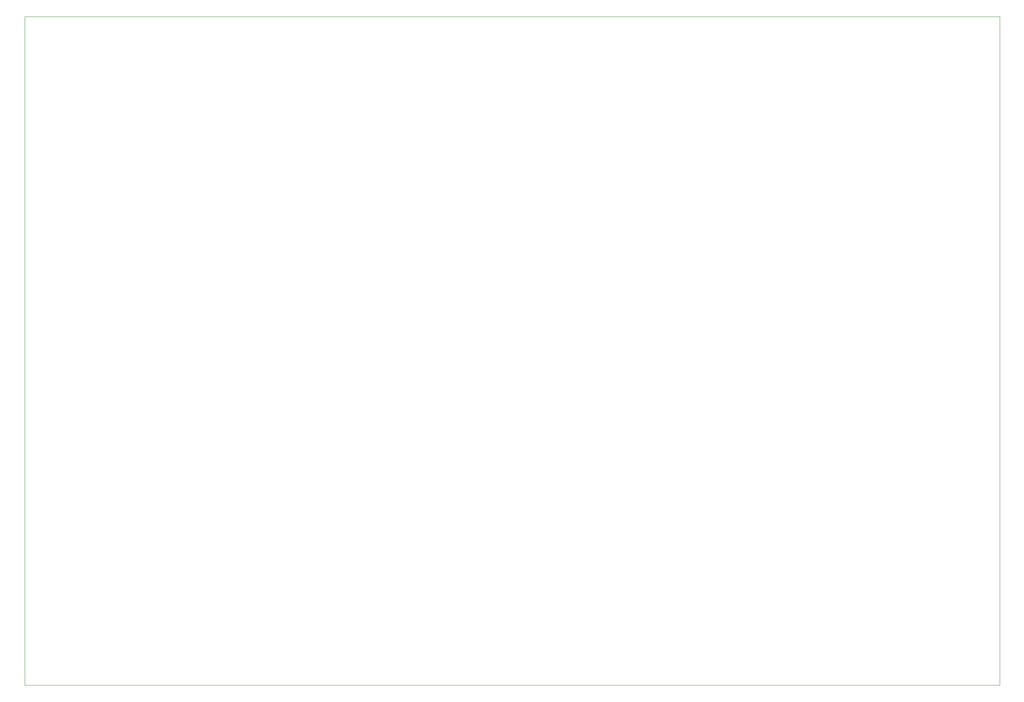
<source format=gbr>
%TF.GenerationSoftware,KiCad,Pcbnew,(5.1.8)-1*%
%TF.CreationDate,2020-12-04T01:25:42+04:00*%
%TF.ProjectId,6dof_controller,36646f66-5f63-46f6-9e74-726f6c6c6572,ver 1.0*%
%TF.SameCoordinates,Original*%
%TF.FileFunction,Profile,NP*%
%FSLAX46Y46*%
G04 Gerber Fmt 4.6, Leading zero omitted, Abs format (unit mm)*
G04 Created by KiCad (PCBNEW (5.1.8)-1) date 2020-12-04 01:25:42*
%MOMM*%
%LPD*%
G01*
G04 APERTURE LIST*
%TA.AperFunction,Profile*%
%ADD10C,0.050000*%
%TD*%
G04 APERTURE END LIST*
D10*
X244602000Y-7620000D02*
X30480000Y-7620000D01*
X30480000Y-7620000D02*
X30480000Y-154432000D01*
X30480000Y-154432000D02*
X244602000Y-154432000D01*
X244602000Y-7620000D02*
X244602000Y-154432000D01*
M02*

</source>
